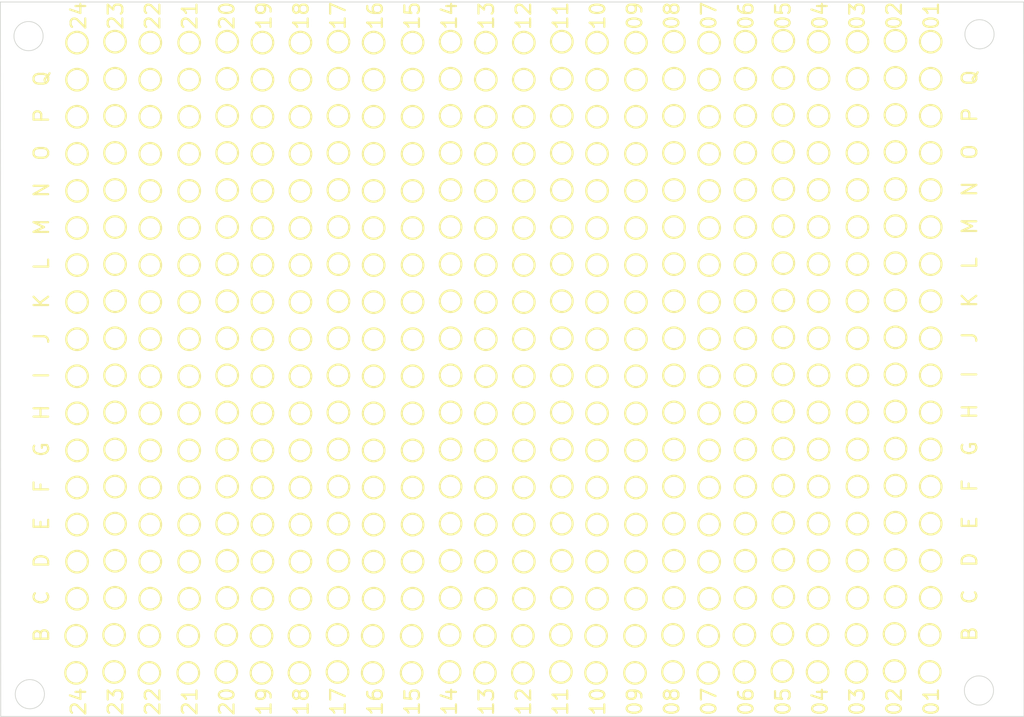
<source format=kicad_pcb>
(kicad_pcb (version 20171130) (host pcbnew "(5.1.8)-1")
  (layers (0 F.Cu signal hide) (31 B.Cu signal hide) (34 B.Paste user hide) (35 F.Paste user hide) (36 B.SilkS user hide) (37 F.SilkS user) (38 B.Mask user hide) (39 F.Mask user hide) (44 Edge.Cuts user))
  (net 0 "")
  (module aModules:through_holes_pcb_70x40-negative (layer F.Cu) (at 59.436 52.324 180)
    (fp_text reference "" hide)
    (fp_text value "" hide)
  )
  (gr_text F (at 27.94 60.96 90) (layer F.SilkS) (effects (font (size 1 1))))
  (gr_text F (at 91.52497 60.8965 90) (layer F.SilkS) (effects (font (size 1 1))))
  (gr_circle (center 73.68147 61.0235) (end 74.31647 61.4045) (layer F.SilkS) (width 0.15))
  (gr_circle (center 53.36147 61.0235) (end 53.99647 61.4045) (layer F.SilkS) (width 0.15))
  (gr_circle (center 81.17447 60.96) (end 81.80947 61.341) (layer F.SilkS) (width 0.15))
  (gr_circle (center 78.76147 60.8965) (end 79.39647 61.2775) (layer F.SilkS) (width 0.15))
  (gr_circle (center 76.15797 60.96) (end 76.79297 61.341) (layer F.SilkS) (width 0.15))
  (gr_circle (center 83.84147 60.96) (end 84.47647 61.341) (layer F.SilkS) (width 0.15))
  (gr_circle (center 65.99797 61.0235) (end 66.63297 61.4045) (layer F.SilkS) (width 0.15))
  (gr_circle (center 63.58497 60.96) (end 64.21997 61.341) (layer F.SilkS) (width 0.15))
  (gr_circle (center 60.98147 61.0235) (end 61.61647 61.4045) (layer F.SilkS) (width 0.15))
  (gr_circle (center 45.67797 61.0235) (end 46.31297 61.4045) (layer F.SilkS) (width 0.15))
  (gr_circle (center 48.28147 60.96) (end 48.91647 61.341) (layer F.SilkS) (width 0.15))
  (gr_circle (center 68.66497 61.0235) (end 69.29997 61.4045) (layer F.SilkS) (width 0.15))
  (gr_circle (center 71.26847 60.96) (end 71.90347 61.341) (layer F.SilkS) (width 0.15))
  (gr_circle (center 58.37797 61.0235) (end 59.01297 61.4045) (layer F.SilkS) (width 0.15))
  (gr_circle (center 55.96497 60.96) (end 56.59997 61.341) (layer F.SilkS) (width 0.15))
  (gr_circle (center 88.85797 60.96) (end 89.49297 61.341) (layer F.SilkS) (width 0.15))
  (gr_circle (center 86.44497 60.8965) (end 87.07997 61.2775) (layer F.SilkS) (width 0.15))
  (gr_circle (center 35.39097 61.0235) (end 36.02597 61.4045) (layer F.SilkS) (width 0.15))
  (gr_circle (center 38.05797 61.0235) (end 38.69297 61.4045) (layer F.SilkS) (width 0.15))
  (gr_circle (center 40.66147 60.96) (end 41.29647 61.341) (layer F.SilkS) (width 0.15))
  (gr_circle (center 30.37447 61.0235) (end 31.00947 61.4045) (layer F.SilkS) (width 0.15))
  (gr_circle (center 32.97797 60.96) (end 33.61297 61.341) (layer F.SilkS) (width 0.15))
  (gr_circle (center 43.07447 61.0235) (end 43.70947 61.4045) (layer F.SilkS) (width 0.15))
  (gr_circle (center 50.69447 61.0235) (end 51.32947 61.4045) (layer F.SilkS) (width 0.15))
  (gr_circle (center 27.14 75.184) (end 28.14 75.184) (layer Edge.Cuts) (width 0.05))
  (gr_circle (center 27.051 30.099) (end 28.051 30.099) (layer Edge.Cuts) (width 0.05))
  (gr_circle (center 92.164 74.93) (end 93.164 74.93) (layer Edge.Cuts) (width 0.05))
  (gr_text 24 (at 30.48 75.692 90) (layer F.SilkS) (effects (font (size 1 1))))
  (gr_text 16 (at 50.8 75.692 90) (layer F.SilkS) (effects (font (size 1 1))))
  (gr_text 12 (at 60.96 75.692 90) (layer F.SilkS) (effects (font (size 1 1))))
  (gr_text 08 (at 71.12 75.692 90) (layer F.SilkS) (effects (font (size 1 1))))
  (gr_text 22 (at 35.56 75.692 90) (layer F.SilkS) (effects (font (size 1 1))))
  (gr_text 19 (at 43.18 75.692 90) (layer F.SilkS) (effects (font (size 1 1))))
  (gr_text 20 (at 40.64 75.692 90) (layer F.SilkS) (effects (font (size 1 1))))
  (gr_text 11 (at 63.5 75.692 90) (layer F.SilkS) (effects (font (size 1 1))))
  (gr_text 21 (at 38.1 75.692 90) (layer F.SilkS) (effects (font (size 1 1))))
  (gr_text 23 (at 33.02 75.692 90) (layer F.SilkS) (effects (font (size 1 1))))
  (gr_text 10 (at 66.04 75.692 90) (layer F.SilkS) (effects (font (size 1 1))))
  (gr_text 18 (at 45.72 75.692 90) (layer F.SilkS) (effects (font (size 1 1))))
  (gr_text 15 (at 53.34 75.692 90) (layer F.SilkS) (effects (font (size 1 1))))
  (gr_text 14 (at 55.88 75.692 90) (layer F.SilkS) (effects (font (size 1 1))))
  (gr_text 13 (at 58.42 75.692 90) (layer F.SilkS) (effects (font (size 1 1))))
  (gr_text 09 (at 68.58 75.692 90) (layer F.SilkS) (effects (font (size 1 1))))
  (gr_text 17 (at 48.26 75.692 90) (layer F.SilkS) (effects (font (size 1 1))))
  (gr_text 04 (at 81.28 75.692 90) (layer F.SilkS) (effects (font (size 1 1))))
  (gr_text 03 (at 83.82 75.692 90) (layer F.SilkS) (effects (font (size 1 1))))
  (gr_text 01 (at 88.9 75.692 90) (layer F.SilkS) (effects (font (size 1 1))))
  (gr_text 07 (at 73.66 75.692 90) (layer F.SilkS) (effects (font (size 1 1))))
  (gr_text 06 (at 76.2 75.692 90) (layer F.SilkS) (effects (font (size 1 1))))
  (gr_text 02 (at 86.36 75.692 90) (layer F.SilkS) (effects (font (size 1 1))))
  (gr_text 05 (at 78.74 75.692 90) (layer F.SilkS) (effects (font (size 1 1))))
  (gr_text 24 (at 30.48 28.702 90) (layer F.SilkS) (effects (font (size 1 1))))
  (gr_text 23 (at 33.02 28.702 90) (layer F.SilkS) (effects (font (size 1 1))))
  (gr_text 22 (at 35.56 28.702 90) (layer F.SilkS) (effects (font (size 1 1))))
  (gr_text 21 (at 38.1 28.702 90) (layer F.SilkS) (effects (font (size 1 1))))
  (gr_text 20 (at 40.64 28.702 90) (layer F.SilkS) (effects (font (size 1 1))))
  (gr_text 19 (at 43.18 28.702 90) (layer F.SilkS) (effects (font (size 1 1))))
  (gr_text 18 (at 45.72 28.702 90) (layer F.SilkS) (effects (font (size 1 1))))
  (gr_text 17 (at 48.26 28.702 90) (layer F.SilkS) (effects (font (size 1 1))))
  (gr_text 16 (at 50.8 28.702 90) (layer F.SilkS) (effects (font (size 1 1))))
  (gr_text 15 (at 53.34 28.702 90) (layer F.SilkS) (effects (font (size 1 1))))
  (gr_text 14 (at 55.88 28.702 90) (layer F.SilkS) (effects (font (size 1 1))))
  (gr_text 13 (at 58.42 28.702 90) (layer F.SilkS) (effects (font (size 1 1))))
  (gr_text 12 (at 60.96 28.702 90) (layer F.SilkS) (effects (font (size 1 1))))
  (gr_text 11 (at 63.5 28.702 90) (layer F.SilkS) (effects (font (size 1 1))))
  (gr_text 10 (at 66.04 28.702 90) (layer F.SilkS) (effects (font (size 1 1))))
  (gr_text 09 (at 68.58 28.702 90) (layer F.SilkS) (effects (font (size 1 1))))
  (gr_text 08 (at 71.12 28.702 90) (layer F.SilkS) (effects (font (size 1 1))))
  (gr_text 07 (at 73.66 28.702 90) (layer F.SilkS) (effects (font (size 1 1))))
  (gr_text 06 (at 76.2 28.702 90) (layer F.SilkS) (effects (font (size 1 1))))
  (gr_text 05 (at 78.74 28.702 90) (layer F.SilkS) (effects (font (size 1 1))))
  (gr_text 04 (at 81.28 28.702 90) (layer F.SilkS) (effects (font (size 1 1))))
  (gr_text 03 (at 83.82 28.702 90) (layer F.SilkS) (effects (font (size 1 1))))
  (gr_text 02 (at 86.36 28.702 90) (layer F.SilkS) (effects (font (size 1 1))))
  (gr_text 01 (at 88.9 28.702 90) (layer F.SilkS) (effects (font (size 1 1))))
  (gr_text D (at 91.52497 65.9765 90) (layer F.SilkS) (effects (font (size 1 1))))
  (gr_text J (at 91.52497 50.7365 90) (layer F.SilkS) (effects (font (size 1 1))))
  (gr_text I (at 91.52497 53.2765 90) (layer F.SilkS) (effects (font (size 1 1))))
  (gr_text C (at 91.52497 68.5165 90) (layer F.SilkS) (effects (font (size 1 1))))
  (gr_text N (at 91.52497 40.5765 90) (layer F.SilkS) (effects (font (size 1 1))))
  (gr_text E (at 91.52497 63.4365 90) (layer F.SilkS) (effects (font (size 1 1))))
  (gr_text O (at 91.52497 38.0365 90) (layer F.SilkS) (effects (font (size 1 1))))
  (gr_text P (at 91.52497 35.4965 90) (layer F.SilkS) (effects (font (size 1 1))))
  (gr_text B (at 91.52497 71.0565 90) (layer F.SilkS) (effects (font (size 1 1))))
  (gr_text M (at 91.52497 43.1165 90) (layer F.SilkS) (effects (font (size 1 1))))
  (gr_text H (at 91.52497 55.8165 90) (layer F.SilkS) (effects (font (size 1 1))))
  (gr_text L (at 91.52497 45.6565 90) (layer F.SilkS) (effects (font (size 1 1))))
  (gr_text G (at 91.52497 58.3565 90) (layer F.SilkS) (effects (font (size 1 1))))
  (gr_text Q (at 91.52497 32.9565 90) (layer F.SilkS) (effects (font (size 1 1))))
  (gr_text K (at 91.52497 48.1965 90) (layer F.SilkS) (effects (font (size 1 1))))
  (gr_circle (center 71.26847 48.26) (end 71.90347 48.641) (layer F.SilkS) (width 0.15))
  (gr_circle (center 73.68147 66.1035) (end 74.31647 66.4845) (layer F.SilkS) (width 0.15))
  (gr_circle (center 71.26847 63.5) (end 71.90347 63.881) (layer F.SilkS) (width 0.15))
  (gr_circle (center 71.26847 35.56) (end 71.90347 35.941) (layer F.SilkS) (width 0.15))
  (gr_circle (center 68.66497 66.1035) (end 69.29997 66.4845) (layer F.SilkS) (width 0.15))
  (gr_circle (center 71.26847 53.34) (end 71.90347 53.721) (layer F.SilkS) (width 0.15))
  (gr_circle (center 68.66497 68.6435) (end 69.29997 69.0245) (layer F.SilkS) (width 0.15))
  (gr_circle (center 71.26847 50.8) (end 71.90347 51.181) (layer F.SilkS) (width 0.15))
  (gr_circle (center 71.20497 73.66) (end 71.83997 74.041) (layer F.SilkS) (width 0.15))
  (gr_circle (center 71.26847 55.88) (end 71.90347 56.261) (layer F.SilkS) (width 0.15))
  (gr_circle (center 73.68147 38.1635) (end 74.31647 38.5445) (layer F.SilkS) (width 0.15))
  (gr_circle (center 73.68147 30.5435) (end 74.31647 30.9245) (layer F.SilkS) (width 0.15))
  (gr_circle (center 71.26847 68.58) (end 71.90347 68.961) (layer F.SilkS) (width 0.15))
  (gr_circle (center 73.68147 33.0835) (end 74.31647 33.4645) (layer F.SilkS) (width 0.15))
  (gr_circle (center 73.68147 53.4035) (end 74.31647 53.7845) (layer F.SilkS) (width 0.15))
  (gr_circle (center 68.60147 73.7235) (end 69.23647 74.1045) (layer F.SilkS) (width 0.15))
  (gr_circle (center 71.20497 71.12) (end 71.83997 71.501) (layer F.SilkS) (width 0.15))
  (gr_circle (center 68.66497 33.0835) (end 69.29997 33.4645) (layer F.SilkS) (width 0.15))
  (gr_circle (center 73.68147 68.6435) (end 74.31647 69.0245) (layer F.SilkS) (width 0.15))
  (gr_circle (center 73.68147 43.2435) (end 74.31647 43.6245) (layer F.SilkS) (width 0.15))
  (gr_circle (center 73.68147 40.7035) (end 74.31647 41.0845) (layer F.SilkS) (width 0.15))
  (gr_circle (center 73.68147 50.8635) (end 74.31647 51.2445) (layer F.SilkS) (width 0.15))
  (gr_circle (center 68.66497 30.5435) (end 69.29997 30.9245) (layer F.SilkS) (width 0.15))
  (gr_circle (center 68.66497 63.5635) (end 69.29997 63.9445) (layer F.SilkS) (width 0.15))
  (gr_circle (center 68.66497 58.4835) (end 69.29997 58.8645) (layer F.SilkS) (width 0.15))
  (gr_circle (center 71.26847 38.1) (end 71.90347 38.481) (layer F.SilkS) (width 0.15))
  (gr_circle (center 68.66497 40.7035) (end 69.29997 41.0845) (layer F.SilkS) (width 0.15))
  (gr_circle (center 71.26847 58.42) (end 71.90347 58.801) (layer F.SilkS) (width 0.15))
  (gr_circle (center 73.61797 71.1835) (end 74.25297 71.5645) (layer F.SilkS) (width 0.15))
  (gr_circle (center 73.68147 45.7835) (end 74.31647 46.1645) (layer F.SilkS) (width 0.15))
  (gr_circle (center 68.66497 43.2435) (end 69.29997 43.6245) (layer F.SilkS) (width 0.15))
  (gr_circle (center 71.26847 30.48) (end 71.90347 30.861) (layer F.SilkS) (width 0.15))
  (gr_circle (center 68.66497 50.8635) (end 69.29997 51.2445) (layer F.SilkS) (width 0.15))
  (gr_circle (center 71.26847 33.02) (end 71.90347 33.401) (layer F.SilkS) (width 0.15))
  (gr_circle (center 68.60147 71.1835) (end 69.23647 71.5645) (layer F.SilkS) (width 0.15))
  (gr_circle (center 71.26847 43.18) (end 71.90347 43.561) (layer F.SilkS) (width 0.15))
  (gr_circle (center 68.66497 35.6235) (end 69.29997 36.0045) (layer F.SilkS) (width 0.15))
  (gr_circle (center 73.61797 73.7235) (end 74.25297 74.1045) (layer F.SilkS) (width 0.15))
  (gr_circle (center 71.26847 66.04) (end 71.90347 66.421) (layer F.SilkS) (width 0.15))
  (gr_circle (center 68.66497 38.1635) (end 69.29997 38.5445) (layer F.SilkS) (width 0.15))
  (gr_circle (center 68.66497 45.7835) (end 69.29997 46.1645) (layer F.SilkS) (width 0.15))
  (gr_circle (center 73.68147 35.6235) (end 74.31647 36.0045) (layer F.SilkS) (width 0.15))
  (gr_circle (center 71.26847 40.64) (end 71.90347 41.021) (layer F.SilkS) (width 0.15))
  (gr_circle (center 76.15797 63.5) (end 76.79297 63.881) (layer F.SilkS) (width 0.15))
  (gr_circle (center 81.17447 43.18) (end 81.80947 43.561) (layer F.SilkS) (width 0.15))
  (gr_circle (center 78.76147 38.0365) (end 79.39647 38.4175) (layer F.SilkS) (width 0.15))
  (gr_circle (center 76.15797 38.1) (end 76.79297 38.481) (layer F.SilkS) (width 0.15))
  (gr_circle (center 81.17447 48.26) (end 81.80947 48.641) (layer F.SilkS) (width 0.15))
  (gr_circle (center 76.15797 55.88) (end 76.79297 56.261) (layer F.SilkS) (width 0.15))
  (gr_circle (center 76.15797 48.26) (end 76.79297 48.641) (layer F.SilkS) (width 0.15))
  (gr_circle (center 76.15797 53.34) (end 76.79297 53.721) (layer F.SilkS) (width 0.15))
  (gr_circle (center 76.15797 40.64) (end 76.79297 41.021) (layer F.SilkS) (width 0.15))
  (gr_circle (center 76.15797 66.04) (end 76.79297 66.421) (layer F.SilkS) (width 0.15))
  (gr_circle (center 76.15797 43.18) (end 76.79297 43.561) (layer F.SilkS) (width 0.15))
  (gr_circle (center 81.17447 55.88) (end 81.80947 56.261) (layer F.SilkS) (width 0.15))
  (gr_circle (center 81.17447 40.64) (end 81.80947 41.021) (layer F.SilkS) (width 0.15))
  (gr_circle (center 81.17447 53.34) (end 81.80947 53.721) (layer F.SilkS) (width 0.15))
  (gr_circle (center 76.15797 50.8) (end 76.79297 51.181) (layer F.SilkS) (width 0.15))
  (gr_circle (center 81.17447 50.8) (end 81.80947 51.181) (layer F.SilkS) (width 0.15))
  (gr_circle (center 76.15797 35.56) (end 76.79297 35.941) (layer F.SilkS) (width 0.15))
  (gr_circle (center 76.15797 33.02) (end 76.79297 33.401) (layer F.SilkS) (width 0.15))
  (gr_circle (center 76.09447 73.66) (end 76.72947 74.041) (layer F.SilkS) (width 0.15))
  (gr_circle (center 76.15797 68.58) (end 76.79297 68.961) (layer F.SilkS) (width 0.15))
  (gr_circle (center 76.15797 45.72) (end 76.79297 46.101) (layer F.SilkS) (width 0.15))
  (gr_circle (center 76.09447 71.12) (end 76.72947 71.501) (layer F.SilkS) (width 0.15))
  (gr_circle (center 76.15797 30.48) (end 76.79297 30.861) (layer F.SilkS) (width 0.15))
  (gr_circle (center 78.76147 63.4365) (end 79.39647 63.8175) (layer F.SilkS) (width 0.15))
  (gr_circle (center 81.17447 68.58) (end 81.80947 68.961) (layer F.SilkS) (width 0.15))
  (gr_circle (center 78.69797 73.5965) (end 79.33297 73.9775) (layer F.SilkS) (width 0.15))
  (gr_circle (center 81.17447 33.02) (end 81.80947 33.401) (layer F.SilkS) (width 0.15))
  (gr_circle (center 81.17447 30.48) (end 81.80947 30.861) (layer F.SilkS) (width 0.15))
  (gr_circle (center 81.17447 58.42) (end 81.80947 58.801) (layer F.SilkS) (width 0.15))
  (gr_circle (center 78.69797 71.0565) (end 79.33297 71.4375) (layer F.SilkS) (width 0.15))
  (gr_circle (center 81.17447 66.04) (end 81.80947 66.421) (layer F.SilkS) (width 0.15))
  (gr_circle (center 81.17447 45.72) (end 81.80947 46.101) (layer F.SilkS) (width 0.15))
  (gr_circle (center 78.76147 65.9765) (end 79.39647 66.3575) (layer F.SilkS) (width 0.15))
  (gr_circle (center 83.84147 55.88) (end 84.47647 56.261) (layer F.SilkS) (width 0.15))
  (gr_circle (center 81.11097 71.12) (end 81.74597 71.501) (layer F.SilkS) (width 0.15))
  (gr_circle (center 78.76147 45.6565) (end 79.39647 46.0375) (layer F.SilkS) (width 0.15))
  (gr_circle (center 78.76147 68.5165) (end 79.39647 68.8975) (layer F.SilkS) (width 0.15))
  (gr_circle (center 78.76147 32.9565) (end 79.39647 33.3375) (layer F.SilkS) (width 0.15))
  (gr_circle (center 78.76147 58.3565) (end 79.39647 58.7375) (layer F.SilkS) (width 0.15))
  (gr_circle (center 81.17447 63.5) (end 81.80947 63.881) (layer F.SilkS) (width 0.15))
  (gr_circle (center 78.76147 30.4165) (end 79.39647 30.7975) (layer F.SilkS) (width 0.15))
  (gr_circle (center 78.76147 35.4965) (end 79.39647 35.8775) (layer F.SilkS) (width 0.15))
  (gr_circle (center 83.84147 48.26) (end 84.47647 48.641) (layer F.SilkS) (width 0.15))
  (gr_circle (center 83.84147 53.34) (end 84.47647 53.721) (layer F.SilkS) (width 0.15))
  (gr_circle (center 81.17447 35.56) (end 81.80947 35.941) (layer F.SilkS) (width 0.15))
  (gr_circle (center 76.15797 58.42) (end 76.79297 58.801) (layer F.SilkS) (width 0.15))
  (gr_circle (center 78.76147 48.1965) (end 79.39647 48.5775) (layer F.SilkS) (width 0.15))
  (gr_circle (center 78.76147 40.5765) (end 79.39647 40.9575) (layer F.SilkS) (width 0.15))
  (gr_circle (center 78.76147 53.2765) (end 79.39647 53.6575) (layer F.SilkS) (width 0.15))
  (gr_circle (center 78.76147 43.1165) (end 79.39647 43.4975) (layer F.SilkS) (width 0.15))
  (gr_circle (center 81.11097 73.66) (end 81.74597 74.041) (layer F.SilkS) (width 0.15))
  (gr_circle (center 78.76147 55.8165) (end 79.39647 56.1975) (layer F.SilkS) (width 0.15))
  (gr_circle (center 81.17447 38.1) (end 81.80947 38.481) (layer F.SilkS) (width 0.15))
  (gr_circle (center 78.76147 50.7365) (end 79.39647 51.1175) (layer F.SilkS) (width 0.15))
  (gr_circle (center 71.26847 45.72) (end 71.90347 46.101) (layer F.SilkS) (width 0.15))
  (gr_circle (center 73.68147 58.4835) (end 74.31647 58.8645) (layer F.SilkS) (width 0.15))
  (gr_circle (center 53.36147 38.1635) (end 53.99647 38.5445) (layer F.SilkS) (width 0.15))
  (gr_circle (center 53.29797 73.7235) (end 53.93297 74.1045) (layer F.SilkS) (width 0.15))
  (gr_circle (center 53.36147 66.1035) (end 53.99647 66.4845) (layer F.SilkS) (width 0.15))
  (gr_circle (center 55.96497 68.58) (end 56.59997 68.961) (layer F.SilkS) (width 0.15))
  (gr_circle (center 73.68147 63.5635) (end 74.31647 63.9445) (layer F.SilkS) (width 0.15))
  (gr_circle (center 55.96497 45.72) (end 56.59997 46.101) (layer F.SilkS) (width 0.15))
  (gr_circle (center 53.36147 58.4835) (end 53.99647 58.8645) (layer F.SilkS) (width 0.15))
  (gr_circle (center 55.90147 73.66) (end 56.53647 74.041) (layer F.SilkS) (width 0.15))
  (gr_circle (center 53.36147 33.0835) (end 53.99647 33.4645) (layer F.SilkS) (width 0.15))
  (gr_circle (center 55.96497 55.88) (end 56.59997 56.261) (layer F.SilkS) (width 0.15))
  (gr_circle (center 53.36147 68.6435) (end 53.99647 69.0245) (layer F.SilkS) (width 0.15))
  (gr_circle (center 58.37797 45.7835) (end 59.01297 46.1645) (layer F.SilkS) (width 0.15))
  (gr_circle (center 55.96497 40.64) (end 56.59997 41.021) (layer F.SilkS) (width 0.15))
  (gr_circle (center 55.96497 35.56) (end 56.59997 35.941) (layer F.SilkS) (width 0.15))
  (gr_circle (center 53.36147 40.7035) (end 53.99647 41.0845) (layer F.SilkS) (width 0.15))
  (gr_circle (center 55.96497 50.8) (end 56.59997 51.181) (layer F.SilkS) (width 0.15))
  (gr_circle (center 58.37797 38.1635) (end 59.01297 38.5445) (layer F.SilkS) (width 0.15))
  (gr_circle (center 55.90147 71.12) (end 56.53647 71.501) (layer F.SilkS) (width 0.15))
  (gr_circle (center 53.29797 71.1835) (end 53.93297 71.5645) (layer F.SilkS) (width 0.15))
  (gr_circle (center 53.36147 45.7835) (end 53.99647 46.1645) (layer F.SilkS) (width 0.15))
  (gr_circle (center 55.96497 33.02) (end 56.59997 33.401) (layer F.SilkS) (width 0.15))
  (gr_circle (center 53.36147 63.5635) (end 53.99647 63.9445) (layer F.SilkS) (width 0.15))
  (gr_circle (center 55.96497 43.18) (end 56.59997 43.561) (layer F.SilkS) (width 0.15))
  (gr_circle (center 55.96497 38.1) (end 56.59997 38.481) (layer F.SilkS) (width 0.15))
  (gr_circle (center 58.37797 33.0835) (end 59.01297 33.4645) (layer F.SilkS) (width 0.15))
  (gr_circle (center 55.96497 53.34) (end 56.59997 53.721) (layer F.SilkS) (width 0.15))
  (gr_circle (center 58.37797 58.4835) (end 59.01297 58.8645) (layer F.SilkS) (width 0.15))
  (gr_circle (center 58.37797 63.5635) (end 59.01297 63.9445) (layer F.SilkS) (width 0.15))
  (gr_circle (center 58.31447 73.7235) (end 58.94947 74.1045) (layer F.SilkS) (width 0.15))
  (gr_circle (center 58.37797 66.1035) (end 59.01297 66.4845) (layer F.SilkS) (width 0.15))
  (gr_circle (center 55.96497 63.5) (end 56.59997 63.881) (layer F.SilkS) (width 0.15))
  (gr_circle (center 58.37797 35.6235) (end 59.01297 36.0045) (layer F.SilkS) (width 0.15))
  (gr_circle (center 55.96497 66.04) (end 56.59997 66.421) (layer F.SilkS) (width 0.15))
  (gr_circle (center 58.37797 30.5435) (end 59.01297 30.9245) (layer F.SilkS) (width 0.15))
  (gr_circle (center 55.96497 48.26) (end 56.59997 48.641) (layer F.SilkS) (width 0.15))
  (gr_circle (center 58.37797 68.6435) (end 59.01297 69.0245) (layer F.SilkS) (width 0.15))
  (gr_circle (center 58.31447 71.1835) (end 58.94947 71.5645) (layer F.SilkS) (width 0.15))
  (gr_circle (center 55.96497 30.48) (end 56.59997 30.861) (layer F.SilkS) (width 0.15))
  (gr_circle (center 55.96497 58.42) (end 56.59997 58.801) (layer F.SilkS) (width 0.15))
  (gr_circle (center 53.36147 50.8635) (end 53.99647 51.2445) (layer F.SilkS) (width 0.15))
  (gr_circle (center 53.36147 35.6235) (end 53.99647 36.0045) (layer F.SilkS) (width 0.15))
  (gr_circle (center 35.39097 43.2435) (end 36.02597 43.6245) (layer F.SilkS) (width 0.15))
  (gr_circle (center 30.37447 63.5635) (end 31.00947 63.9445) (layer F.SilkS) (width 0.15))
  (gr_text P (at 27.94 35.56 90) (layer F.SilkS) (effects (font (size 1 1))))
  (gr_text O (at 27.94 38.1 90) (layer F.SilkS) (effects (font (size 1 1))))
  (gr_text B (at 27.94 71.12 90) (layer F.SilkS) (effects (font (size 1 1))))
  (gr_text K (at 27.94 48.26 90) (layer F.SilkS) (effects (font (size 1 1))))
  (gr_text D (at 27.94 66.04 90) (layer F.SilkS) (effects (font (size 1 1))))
  (gr_text Q (at 27.94 33.02 90) (layer F.SilkS) (effects (font (size 1 1))))
  (gr_text N (at 27.94 40.64 90) (layer F.SilkS) (effects (font (size 1 1))))
  (gr_text M (at 27.94 43.18 90) (layer F.SilkS) (effects (font (size 1 1))))
  (gr_text L (at 27.94 45.72 90) (layer F.SilkS) (effects (font (size 1 1))))
  (gr_text J (at 27.94 50.8 90) (layer F.SilkS) (effects (font (size 1 1))))
  (gr_text I (at 27.94 53.34 90) (layer F.SilkS) (effects (font (size 1 1))))
  (gr_text H (at 27.94 55.88 90) (layer F.SilkS) (effects (font (size 1 1))))
  (gr_text E (at 27.94 63.5 90) (layer F.SilkS) (effects (font (size 1 1))))
  (gr_text C (at 27.94 68.58 90) (layer F.SilkS) (effects (font (size 1 1))))
  (gr_text G (at 27.94 58.42 90) (layer F.SilkS) (effects (font (size 1 1))))
  (gr_circle (center 88.85797 55.88) (end 89.49297 56.261) (layer F.SilkS) (width 0.15))
  (gr_circle (center 88.85797 48.26) (end 89.49297 48.641) (layer F.SilkS) (width 0.15))
  (gr_circle (center 88.85797 53.34) (end 89.49297 53.721) (layer F.SilkS) (width 0.15))
  (gr_circle (center 88.85797 43.18) (end 89.49297 43.561) (layer F.SilkS) (width 0.15))
  (gr_circle (center 88.85797 40.64) (end 89.49297 41.021) (layer F.SilkS) (width 0.15))
  (gr_circle (center 88.85797 50.8) (end 89.49297 51.181) (layer F.SilkS) (width 0.15))
  (gr_circle (center 83.84147 30.48) (end 84.47647 30.861) (layer F.SilkS) (width 0.15))
  (gr_circle (center 83.84147 43.18) (end 84.47647 43.561) (layer F.SilkS) (width 0.15))
  (gr_circle (center 83.84147 50.8) (end 84.47647 51.181) (layer F.SilkS) (width 0.15))
  (gr_circle (center 83.84147 35.56) (end 84.47647 35.941) (layer F.SilkS) (width 0.15))
  (gr_circle (center 83.84147 38.1) (end 84.47647 38.481) (layer F.SilkS) (width 0.15))
  (gr_circle (center 83.77797 73.66) (end 84.41297 74.041) (layer F.SilkS) (width 0.15))
  (gr_circle (center 83.84147 33.02) (end 84.47647 33.401) (layer F.SilkS) (width 0.15))
  (gr_circle (center 83.84147 66.04) (end 84.47647 66.421) (layer F.SilkS) (width 0.15))
  (gr_circle (center 83.84147 68.58) (end 84.47647 68.961) (layer F.SilkS) (width 0.15))
  (gr_circle (center 83.84147 40.64) (end 84.47647 41.021) (layer F.SilkS) (width 0.15))
  (gr_circle (center 83.77797 71.12) (end 84.41297 71.501) (layer F.SilkS) (width 0.15))
  (gr_circle (center 32.97797 38.1) (end 33.61297 38.481) (layer F.SilkS) (width 0.15))
  (gr_circle (center 35.39097 40.7035) (end 36.02597 41.0845) (layer F.SilkS) (width 0.15))
  (gr_circle (center 35.39097 48.3235) (end 36.02597 48.7045) (layer F.SilkS) (width 0.15))
  (gr_circle (center 30.37447 48.3235) (end 31.00947 48.7045) (layer F.SilkS) (width 0.15))
  (gr_circle (center 30.37447 66.1035) (end 31.00947 66.4845) (layer F.SilkS) (width 0.15))
  (gr_circle (center 35.39097 53.4035) (end 36.02597 53.7845) (layer F.SilkS) (width 0.15))
  (gr_circle (center 30.37447 50.8635) (end 31.00947 51.2445) (layer F.SilkS) (width 0.15))
  (gr_circle (center 35.39097 50.8635) (end 36.02597 51.2445) (layer F.SilkS) (width 0.15))
  (gr_circle (center 30.37447 35.6235) (end 31.00947 36.0045) (layer F.SilkS) (width 0.15))
  (gr_circle (center 30.31097 73.7235) (end 30.94597 74.1045) (layer F.SilkS) (width 0.15))
  (gr_circle (center 30.37447 45.7835) (end 31.00947 46.1645) (layer F.SilkS) (width 0.15))
  (gr_circle (center 30.31097 71.1835) (end 30.94597 71.5645) (layer F.SilkS) (width 0.15))
  (gr_circle (center 32.91447 73.66) (end 33.54947 74.041) (layer F.SilkS) (width 0.15))
  (gr_circle (center 35.39097 30.5435) (end 36.02597 30.9245) (layer F.SilkS) (width 0.15))
  (gr_circle (center 30.37447 55.9435) (end 31.00947 56.3245) (layer F.SilkS) (width 0.15))
  (gr_circle (center 30.37447 40.7035) (end 31.00947 41.0845) (layer F.SilkS) (width 0.15))
  (gr_circle (center 30.37447 43.2435) (end 31.00947 43.6245) (layer F.SilkS) (width 0.15))
  (gr_circle (center 30.37447 68.6435) (end 31.00947 69.0245) (layer F.SilkS) (width 0.15))
  (gr_circle (center 35.39097 58.4835) (end 36.02597 58.8645) (layer F.SilkS) (width 0.15))
  (gr_circle (center 35.39097 68.6435) (end 36.02597 69.0245) (layer F.SilkS) (width 0.15))
  (gr_circle (center 30.37447 53.4035) (end 31.00947 53.7845) (layer F.SilkS) (width 0.15))
  (gr_circle (center 30.37447 33.0835) (end 31.00947 33.4645) (layer F.SilkS) (width 0.15))
  (gr_circle (center 32.97797 63.5) (end 33.61297 63.881) (layer F.SilkS) (width 0.15))
  (gr_circle (center 35.39097 55.9435) (end 36.02597 56.3245) (layer F.SilkS) (width 0.15))
  (gr_circle (center 35.39097 33.0835) (end 36.02597 33.4645) (layer F.SilkS) (width 0.15))
  (gr_circle (center 30.37447 38.1635) (end 31.00947 38.5445) (layer F.SilkS) (width 0.15))
  (gr_circle (center 32.91447 71.12) (end 33.54947 71.501) (layer F.SilkS) (width 0.15))
  (gr_circle (center 30.37447 30.5435) (end 31.00947 30.9245) (layer F.SilkS) (width 0.15))
  (gr_circle (center 40.59797 73.66) (end 41.23297 74.041) (layer F.SilkS) (width 0.15))
  (gr_circle (center 32.97797 48.26) (end 33.61297 48.641) (layer F.SilkS) (width 0.15))
  (gr_circle (center 32.97797 43.18) (end 33.61297 43.561) (layer F.SilkS) (width 0.15))
  (gr_circle (center 40.66147 33.02) (end 41.29647 33.401) (layer F.SilkS) (width 0.15))
  (gr_circle (center 35.39097 38.1635) (end 36.02597 38.5445) (layer F.SilkS) (width 0.15))
  (gr_circle (center 32.97797 50.8) (end 33.61297 51.181) (layer F.SilkS) (width 0.15))
  (gr_circle (center 43.07447 43.2435) (end 43.70947 43.6245) (layer F.SilkS) (width 0.15))
  (gr_circle (center 35.39097 66.1035) (end 36.02597 66.4845) (layer F.SilkS) (width 0.15))
  (gr_circle (center 32.97797 66.04) (end 33.61297 66.421) (layer F.SilkS) (width 0.15))
  (gr_circle (center 35.32747 73.7235) (end 35.96247 74.1045) (layer F.SilkS) (width 0.15))
  (gr_circle (center 35.39097 45.7835) (end 36.02597 46.1645) (layer F.SilkS) (width 0.15))
  (gr_circle (center 38.05797 55.9435) (end 38.69297 56.3245) (layer F.SilkS) (width 0.15))
  (gr_circle (center 43.07447 40.7035) (end 43.70947 41.0845) (layer F.SilkS) (width 0.15))
  (gr_circle (center 38.05797 58.4835) (end 38.69297 58.8645) (layer F.SilkS) (width 0.15))
  (gr_circle (center 40.66147 48.26) (end 41.29647 48.641) (layer F.SilkS) (width 0.15))
  (gr_circle (center 35.32747 71.1835) (end 35.96247 71.5645) (layer F.SilkS) (width 0.15))
  (gr_circle (center 32.97797 30.48) (end 33.61297 30.861) (layer F.SilkS) (width 0.15))
  (gr_circle (center 38.05797 53.4035) (end 38.69297 53.7845) (layer F.SilkS) (width 0.15))
  (gr_circle (center 32.97797 53.34) (end 33.61297 53.721) (layer F.SilkS) (width 0.15))
  (gr_circle (center 38.05797 30.5435) (end 38.69297 30.9245) (layer F.SilkS) (width 0.15))
  (gr_circle (center 37.99447 71.1835) (end 38.62947 71.5645) (layer F.SilkS) (width 0.15))
  (gr_circle (center 38.05797 40.7035) (end 38.69297 41.0845) (layer F.SilkS) (width 0.15))
  (gr_circle (center 38.05797 38.1635) (end 38.69297 38.5445) (layer F.SilkS) (width 0.15))
  (gr_circle (center 38.05797 66.1035) (end 38.69297 66.4845) (layer F.SilkS) (width 0.15))
  (gr_circle (center 38.05797 48.3235) (end 38.69297 48.7045) (layer F.SilkS) (width 0.15))
  (gr_circle (center 38.05797 33.0835) (end 38.69297 33.4645) (layer F.SilkS) (width 0.15))
  (gr_circle (center 32.97797 68.58) (end 33.61297 68.961) (layer F.SilkS) (width 0.15))
  (gr_circle (center 35.39097 35.6235) (end 36.02597 36.0045) (layer F.SilkS) (width 0.15))
  (gr_circle (center 43.07447 53.4035) (end 43.70947 53.7845) (layer F.SilkS) (width 0.15))
  (gr_circle (center 38.05797 63.5635) (end 38.69297 63.9445) (layer F.SilkS) (width 0.15))
  (gr_circle (center 43.07447 38.1635) (end 43.70947 38.5445) (layer F.SilkS) (width 0.15))
  (gr_circle (center 43.01097 73.7235) (end 43.64597 74.1045) (layer F.SilkS) (width 0.15))
  (gr_circle (center 38.05797 45.7835) (end 38.69297 46.1645) (layer F.SilkS) (width 0.15))
  (gr_circle (center 40.66147 50.8) (end 41.29647 51.181) (layer F.SilkS) (width 0.15))
  (gr_circle (center 43.07447 68.6435) (end 43.70947 69.0245) (layer F.SilkS) (width 0.15))
  (gr_circle (center 40.66147 43.18) (end 41.29647 43.561) (layer F.SilkS) (width 0.15))
  (gr_circle (center 32.97797 45.72) (end 33.61297 46.101) (layer F.SilkS) (width 0.15))
  (gr_circle (center 32.97797 35.56) (end 33.61297 35.941) (layer F.SilkS) (width 0.15))
  (gr_circle (center 32.97797 33.02) (end 33.61297 33.401) (layer F.SilkS) (width 0.15))
  (gr_circle (center 32.97797 58.42) (end 33.61297 58.801) (layer F.SilkS) (width 0.15))
  (gr_circle (center 35.39097 63.5635) (end 36.02597 63.9445) (layer F.SilkS) (width 0.15))
  (gr_circle (center 43.01097 71.1835) (end 43.64597 71.5645) (layer F.SilkS) (width 0.15))
  (gr_circle (center 32.97797 40.64) (end 33.61297 41.021) (layer F.SilkS) (width 0.15))
  (gr_circle (center 30.37447 58.4835) (end 31.00947 58.8645) (layer F.SilkS) (width 0.15))
  (gr_circle (center 43.07447 48.3235) (end 43.70947 48.7045) (layer F.SilkS) (width 0.15))
  (gr_circle (center 38.05797 43.2435) (end 38.69297 43.6245) (layer F.SilkS) (width 0.15))
  (gr_circle (center 37.99447 73.7235) (end 38.62947 74.1045) (layer F.SilkS) (width 0.15))
  (gr_circle (center 38.05797 68.6435) (end 38.69297 69.0245) (layer F.SilkS) (width 0.15))
  (gr_circle (center 43.07447 66.1035) (end 43.70947 66.4845) (layer F.SilkS) (width 0.15))
  (gr_circle (center 40.66147 53.34) (end 41.29647 53.721) (layer F.SilkS) (width 0.15))
  (gr_circle (center 38.05797 35.6235) (end 38.69297 36.0045) (layer F.SilkS) (width 0.15))
  (gr_circle (center 40.66147 40.64) (end 41.29647 41.021) (layer F.SilkS) (width 0.15))
  (gr_circle (center 40.66147 55.88) (end 41.29647 56.261) (layer F.SilkS) (width 0.15))
  (gr_circle (center 32.97797 55.88) (end 33.61297 56.261) (layer F.SilkS) (width 0.15))
  (gr_circle (center 43.07447 55.9435) (end 43.70947 56.3245) (layer F.SilkS) (width 0.15))
  (gr_circle (center 40.66147 38.1) (end 41.29647 38.481) (layer F.SilkS) (width 0.15))
  (gr_circle (center 40.66147 63.5) (end 41.29647 63.881) (layer F.SilkS) (width 0.15))
  (gr_circle (center 38.05797 50.8635) (end 38.69297 51.2445) (layer F.SilkS) (width 0.15))
  (gr_circle (center 43.07447 50.8635) (end 43.70947 51.2445) (layer F.SilkS) (width 0.15))
  (gr_circle (center 45.67797 40.7035) (end 46.31297 41.0845) (layer F.SilkS) (width 0.15))
  (gr_circle (center 45.67797 43.2435) (end 46.31297 43.6245) (layer F.SilkS) (width 0.15))
  (gr_circle (center 43.07447 63.5635) (end 43.70947 63.9445) (layer F.SilkS) (width 0.15))
  (gr_circle (center 50.69447 53.4035) (end 51.32947 53.7845) (layer F.SilkS) (width 0.15))
  (gr_circle (center 43.07447 33.0835) (end 43.70947 33.4645) (layer F.SilkS) (width 0.15))
  (gr_circle (center 40.66147 68.58) (end 41.29647 68.961) (layer F.SilkS) (width 0.15))
  (gr_circle (center 40.66147 58.42) (end 41.29647 58.801) (layer F.SilkS) (width 0.15))
  (gr_circle (center 43.07447 35.6235) (end 43.70947 36.0045) (layer F.SilkS) (width 0.15))
  (gr_circle (center 43.07447 30.5435) (end 43.70947 30.9245) (layer F.SilkS) (width 0.15))
  (gr_circle (center 48.28147 38.1) (end 48.91647 38.481) (layer F.SilkS) (width 0.15))
  (gr_circle (center 45.61447 71.1835) (end 46.24947 71.5645) (layer F.SilkS) (width 0.15))
  (gr_circle (center 50.69447 30.5435) (end 51.32947 30.9245) (layer F.SilkS) (width 0.15))
  (gr_circle (center 50.69447 55.9435) (end 51.32947 56.3245) (layer F.SilkS) (width 0.15))
  (gr_circle (center 50.69447 66.1035) (end 51.32947 66.4845) (layer F.SilkS) (width 0.15))
  (gr_circle (center 40.59797 71.12) (end 41.23297 71.501) (layer F.SilkS) (width 0.15))
  (gr_circle (center 45.67797 50.8635) (end 46.31297 51.2445) (layer F.SilkS) (width 0.15))
  (gr_circle (center 40.66147 35.56) (end 41.29647 35.941) (layer F.SilkS) (width 0.15))
  (gr_circle (center 43.07447 45.7835) (end 43.70947 46.1645) (layer F.SilkS) (width 0.15))
  (gr_circle (center 45.67797 55.9435) (end 46.31297 56.3245) (layer F.SilkS) (width 0.15))
  (gr_circle (center 45.67797 48.3235) (end 46.31297 48.7045) (layer F.SilkS) (width 0.15))
  (gr_circle (center 45.67797 68.6435) (end 46.31297 69.0245) (layer F.SilkS) (width 0.15))
  (gr_circle (center 45.67797 66.1035) (end 46.31297 66.4845) (layer F.SilkS) (width 0.15))
  (gr_circle (center 50.69447 50.8635) (end 51.32947 51.2445) (layer F.SilkS) (width 0.15))
  (gr_circle (center 50.69447 68.6435) (end 51.32947 69.0245) (layer F.SilkS) (width 0.15))
  (gr_circle (center 48.21797 73.66) (end 48.85297 74.041) (layer F.SilkS) (width 0.15))
  (gr_circle (center 50.69447 58.4835) (end 51.32947 58.8645) (layer F.SilkS) (width 0.15))
  (gr_circle (center 45.61447 73.7235) (end 46.24947 74.1045) (layer F.SilkS) (width 0.15))
  (gr_circle (center 40.66147 66.04) (end 41.29647 66.421) (layer F.SilkS) (width 0.15))
  (gr_circle (center 45.67797 38.1635) (end 46.31297 38.5445) (layer F.SilkS) (width 0.15))
  (gr_circle (center 50.69447 48.3235) (end 51.32947 48.7045) (layer F.SilkS) (width 0.15))
  (gr_circle (center 45.67797 33.0835) (end 46.31297 33.4645) (layer F.SilkS) (width 0.15))
  (gr_circle (center 40.66147 30.48) (end 41.29647 30.861) (layer F.SilkS) (width 0.15))
  (gr_circle (center 40.66147 45.72) (end 41.29647 46.101) (layer F.SilkS) (width 0.15))
  (gr_circle (center 43.07447 58.4835) (end 43.70947 58.8645) (layer F.SilkS) (width 0.15))
  (gr_circle (center 50.69447 45.7835) (end 51.32947 46.1645) (layer F.SilkS) (width 0.15))
  (gr_circle (center 45.67797 53.4035) (end 46.31297 53.7845) (layer F.SilkS) (width 0.15))
  (gr_circle (center 45.67797 35.6235) (end 46.31297 36.0045) (layer F.SilkS) (width 0.15))
  (gr_circle (center 48.28147 63.5) (end 48.91647 63.881) (layer F.SilkS) (width 0.15))
  (gr_circle (center 45.67797 30.5435) (end 46.31297 30.9245) (layer F.SilkS) (width 0.15))
  (gr_circle (center 50.69447 33.0835) (end 51.32947 33.4645) (layer F.SilkS) (width 0.15))
  (gr_circle (center 50.69447 43.2435) (end 51.32947 43.6245) (layer F.SilkS) (width 0.15))
  (gr_circle (center 50.69447 40.7035) (end 51.32947 41.0845) (layer F.SilkS) (width 0.15))
  (gr_circle (center 45.67797 45.7835) (end 46.31297 46.1645) (layer F.SilkS) (width 0.15))
  (gr_circle (center 48.21797 71.12) (end 48.85297 71.501) (layer F.SilkS) (width 0.15))
  (gr_circle (center 45.67797 63.5635) (end 46.31297 63.9445) (layer F.SilkS) (width 0.15))
  (gr_circle (center 60.98147 40.7035) (end 61.61647 41.0845) (layer F.SilkS) (width 0.15))
  (gr_circle (center 48.28147 43.18) (end 48.91647 43.561) (layer F.SilkS) (width 0.15))
  (gr_circle (center 58.37797 55.9435) (end 59.01297 56.3245) (layer F.SilkS) (width 0.15))
  (gr_circle (center 48.28147 35.56) (end 48.91647 35.941) (layer F.SilkS) (width 0.15))
  (gr_circle (center 65.99797 55.9435) (end 66.63297 56.3245) (layer F.SilkS) (width 0.15))
  (gr_circle (center 50.63097 71.1835) (end 51.26597 71.5645) (layer F.SilkS) (width 0.15))
  (gr_circle (center 53.36147 30.5435) (end 53.99647 30.9245) (layer F.SilkS) (width 0.15))
  (gr_circle (center 48.28147 30.48) (end 48.91647 30.861) (layer F.SilkS) (width 0.15))
  (gr_circle (center 48.28147 48.26) (end 48.91647 48.641) (layer F.SilkS) (width 0.15))
  (gr_circle (center 58.37797 40.7035) (end 59.01297 41.0845) (layer F.SilkS) (width 0.15))
  (gr_circle (center 48.28147 33.02) (end 48.91647 33.401) (layer F.SilkS) (width 0.15))
  (gr_circle (center 45.67797 58.4835) (end 46.31297 58.8645) (layer F.SilkS) (width 0.15))
  (gr_circle (center 48.28147 58.42) (end 48.91647 58.801) (layer F.SilkS) (width 0.15))
  (gr_circle (center 50.69447 35.6235) (end 51.32947 36.0045) (layer F.SilkS) (width 0.15))
  (gr_circle (center 50.63097 73.7235) (end 51.26597 74.1045) (layer F.SilkS) (width 0.15))
  (gr_circle (center 50.69447 38.1635) (end 51.32947 38.5445) (layer F.SilkS) (width 0.15))
  (gr_circle (center 58.37797 48.3235) (end 59.01297 48.7045) (layer F.SilkS) (width 0.15))
  (gr_circle (center 48.28147 50.8) (end 48.91647 51.181) (layer F.SilkS) (width 0.15))
  (gr_circle (center 50.69447 63.5635) (end 51.32947 63.9445) (layer F.SilkS) (width 0.15))
  (gr_circle (center 60.98147 43.2435) (end 61.61647 43.6245) (layer F.SilkS) (width 0.15))
  (gr_circle (center 65.99797 43.2435) (end 66.63297 43.6245) (layer F.SilkS) (width 0.15))
  (gr_circle (center 53.36147 53.4035) (end 53.99647 53.7845) (layer F.SilkS) (width 0.15))
  (gr_circle (center 48.28147 53.34) (end 48.91647 53.721) (layer F.SilkS) (width 0.15))
  (gr_circle (center 48.28147 55.88) (end 48.91647 56.261) (layer F.SilkS) (width 0.15))
  (gr_circle (center 53.36147 43.2435) (end 53.99647 43.6245) (layer F.SilkS) (width 0.15))
  (gr_circle (center 60.98147 48.3235) (end 61.61647 48.7045) (layer F.SilkS) (width 0.15))
  (gr_circle (center 60.98147 66.1035) (end 61.61647 66.4845) (layer F.SilkS) (width 0.15))
  (gr_circle (center 58.37797 53.4035) (end 59.01297 53.7845) (layer F.SilkS) (width 0.15))
  (gr_circle (center 63.58497 38.1) (end 64.21997 38.481) (layer F.SilkS) (width 0.15))
  (gr_circle (center 65.99797 40.7035) (end 66.63297 41.0845) (layer F.SilkS) (width 0.15))
  (gr_circle (center 65.99797 48.3235) (end 66.63297 48.7045) (layer F.SilkS) (width 0.15))
  (gr_circle (center 60.98147 53.4035) (end 61.61647 53.7845) (layer F.SilkS) (width 0.15))
  (gr_circle (center 48.28147 66.04) (end 48.91647 66.421) (layer F.SilkS) (width 0.15))
  (gr_circle (center 60.98147 63.5635) (end 61.61647 63.9445) (layer F.SilkS) (width 0.15))
  (gr_circle (center 60.98147 55.9435) (end 61.61647 56.3245) (layer F.SilkS) (width 0.15))
  (gr_circle (center 60.98147 38.1635) (end 61.61647 38.5445) (layer F.SilkS) (width 0.15))
  (gr_circle (center 48.28147 45.72) (end 48.91647 46.101) (layer F.SilkS) (width 0.15))
  (gr_circle (center 53.36147 48.3235) (end 53.99647 48.7045) (layer F.SilkS) (width 0.15))
  (gr_circle (center 48.28147 68.58) (end 48.91647 68.961) (layer F.SilkS) (width 0.15))
  (gr_circle (center 53.36147 55.9435) (end 53.99647 56.3245) (layer F.SilkS) (width 0.15))
  (gr_circle (center 48.28147 40.64) (end 48.91647 41.021) (layer F.SilkS) (width 0.15))
  (gr_circle (center 58.37797 43.2435) (end 59.01297 43.6245) (layer F.SilkS) (width 0.15))
  (gr_circle (center 58.37797 50.8635) (end 59.01297 51.2445) (layer F.SilkS) (width 0.15))
  (gr_circle (center 65.99797 66.1035) (end 66.63297 66.4845) (layer F.SilkS) (width 0.15))
  (gr_circle (center 68.66497 55.9435) (end 69.29997 56.3245) (layer F.SilkS) (width 0.15))
  (gr_circle (center 63.58497 33.02) (end 64.21997 33.401) (layer F.SilkS) (width 0.15))
  (gr_circle (center 63.58497 35.56) (end 64.21997 35.941) (layer F.SilkS) (width 0.15))
  (gr_circle (center 63.58497 48.26) (end 64.21997 48.641) (layer F.SilkS) (width 0.15))
  (gr_circle (center 68.66497 48.3235) (end 69.29997 48.7045) (layer F.SilkS) (width 0.15))
  (gr_circle (center 63.58497 66.04) (end 64.21997 66.421) (layer F.SilkS) (width 0.15))
  (gr_circle (center 65.93447 73.7235) (end 66.56947 74.1045) (layer F.SilkS) (width 0.15))
  (gr_circle (center 63.58497 68.58) (end 64.21997 68.961) (layer F.SilkS) (width 0.15))
  (gr_circle (center 65.99797 63.5635) (end 66.63297 63.9445) (layer F.SilkS) (width 0.15))
  (gr_circle (center 65.99797 53.4035) (end 66.63297 53.7845) (layer F.SilkS) (width 0.15))
  (gr_circle (center 60.91797 71.1835) (end 61.55297 71.5645) (layer F.SilkS) (width 0.15))
  (gr_circle (center 63.52147 73.66) (end 64.15647 74.041) (layer F.SilkS) (width 0.15))
  (gr_circle (center 65.99797 30.5435) (end 66.63297 30.9245) (layer F.SilkS) (width 0.15))
  (gr_circle (center 60.98147 50.8635) (end 61.61647 51.2445) (layer F.SilkS) (width 0.15))
  (gr_circle (center 65.99797 50.8635) (end 66.63297 51.2445) (layer F.SilkS) (width 0.15))
  (gr_circle (center 65.99797 35.6235) (end 66.63297 36.0045) (layer F.SilkS) (width 0.15))
  (gr_circle (center 60.98147 35.6235) (end 61.61647 36.0045) (layer F.SilkS) (width 0.15))
  (gr_circle (center 60.98147 33.0835) (end 61.61647 33.4645) (layer F.SilkS) (width 0.15))
  (gr_circle (center 60.91797 73.7235) (end 61.55297 74.1045) (layer F.SilkS) (width 0.15))
  (gr_circle (center 63.52147 71.12) (end 64.15647 71.501) (layer F.SilkS) (width 0.15))
  (gr_circle (center 63.58497 58.42) (end 64.21997 58.801) (layer F.SilkS) (width 0.15))
  (gr_circle (center 68.66497 53.4035) (end 69.29997 53.7845) (layer F.SilkS) (width 0.15))
  (gr_circle (center 63.58497 50.8) (end 64.21997 51.181) (layer F.SilkS) (width 0.15))
  (gr_circle (center 60.98147 58.4835) (end 61.61647 58.8645) (layer F.SilkS) (width 0.15))
  (gr_circle (center 73.68147 48.3235) (end 74.31647 48.7045) (layer F.SilkS) (width 0.15))
  (gr_circle (center 60.98147 68.6435) (end 61.61647 69.0245) (layer F.SilkS) (width 0.15))
  (gr_circle (center 60.98147 45.7835) (end 61.61647 46.1645) (layer F.SilkS) (width 0.15))
  (gr_circle (center 60.98147 30.5435) (end 61.61647 30.9245) (layer F.SilkS) (width 0.15))
  (gr_circle (center 63.58497 63.5) (end 64.21997 63.881) (layer F.SilkS) (width 0.15))
  (gr_circle (center 63.58497 30.48) (end 64.21997 30.861) (layer F.SilkS) (width 0.15))
  (gr_circle (center 65.99797 68.6435) (end 66.63297 69.0245) (layer F.SilkS) (width 0.15))
  (gr_circle (center 65.93447 71.1835) (end 66.56947 71.5645) (layer F.SilkS) (width 0.15))
  (gr_circle (center 63.58497 55.88) (end 64.21997 56.261) (layer F.SilkS) (width 0.15))
  (gr_circle (center 65.99797 45.7835) (end 66.63297 46.1645) (layer F.SilkS) (width 0.15))
  (gr_circle (center 65.99797 33.0835) (end 66.63297 33.4645) (layer F.SilkS) (width 0.15))
  (gr_circle (center 63.58497 45.72) (end 64.21997 46.101) (layer F.SilkS) (width 0.15))
  (gr_circle (center 73.68147 55.9435) (end 74.31647 56.3245) (layer F.SilkS) (width 0.15))
  (gr_circle (center 63.58497 40.64) (end 64.21997 41.021) (layer F.SilkS) (width 0.15))
  (gr_circle (center 63.58497 43.18) (end 64.21997 43.561) (layer F.SilkS) (width 0.15))
  (gr_circle (center 65.99797 38.1635) (end 66.63297 38.5445) (layer F.SilkS) (width 0.15))
  (gr_circle (center 63.58497 53.34) (end 64.21997 53.721) (layer F.SilkS) (width 0.15))
  (gr_circle (center 65.99797 58.4835) (end 66.63297 58.8645) (layer F.SilkS) (width 0.15))
  (gr_circle (center 83.84147 45.72) (end 84.47647 46.101) (layer F.SilkS) (width 0.15))
  (gr_circle (center 83.84147 63.5) (end 84.47647 63.881) (layer F.SilkS) (width 0.15))
  (gr_circle (center 86.44497 38.0365) (end 87.07997 38.4175) (layer F.SilkS) (width 0.15))
  (gr_circle (center 83.84147 58.42) (end 84.47647 58.801) (layer F.SilkS) (width 0.15))
  (gr_circle (center 86.44497 40.5765) (end 87.07997 40.9575) (layer F.SilkS) (width 0.15))
  (gr_circle (center 86.44497 53.2765) (end 87.07997 53.6575) (layer F.SilkS) (width 0.15))
  (gr_circle (center 86.44497 50.7365) (end 87.07997 51.1175) (layer F.SilkS) (width 0.15))
  (gr_circle (center 86.44497 55.8165) (end 87.07997 56.1975) (layer F.SilkS) (width 0.15))
  (gr_circle (center 86.44497 48.1965) (end 87.07997 48.5775) (layer F.SilkS) (width 0.15))
  (gr_circle (center 86.44497 43.1165) (end 87.07997 43.4975) (layer F.SilkS) (width 0.15))
  (gr_circle (center 88.85797 38.1) (end 89.49297 38.481) (layer F.SilkS) (width 0.15))
  (gr_circle (center 88.79447 73.66) (end 89.42947 74.041) (layer F.SilkS) (width 0.15))
  (gr_circle (center 88.85797 68.58) (end 89.49297 68.961) (layer F.SilkS) (width 0.15))
  (gr_circle (center 88.85797 66.04) (end 89.49297 66.421) (layer F.SilkS) (width 0.15))
  (gr_circle (center 88.79447 71.12) (end 89.42947 71.501) (layer F.SilkS) (width 0.15))
  (gr_circle (center 86.38147 73.5965) (end 87.01647 73.9775) (layer F.SilkS) (width 0.15))
  (gr_circle (center 86.44497 32.9565) (end 87.07997 33.3375) (layer F.SilkS) (width 0.15))
  (gr_circle (center 86.44497 63.4365) (end 87.07997 63.8175) (layer F.SilkS) (width 0.15))
  (gr_circle (center 88.85797 33.02) (end 89.49297 33.401) (layer F.SilkS) (width 0.15))
  (gr_circle (center 86.44497 68.5165) (end 87.07997 68.8975) (layer F.SilkS) (width 0.15))
  (gr_circle (center 86.44497 58.3565) (end 87.07997 58.7375) (layer F.SilkS) (width 0.15))
  (gr_circle (center 88.85797 35.56) (end 89.49297 35.941) (layer F.SilkS) (width 0.15))
  (gr_circle (center 86.44497 65.9765) (end 87.07997 66.3575) (layer F.SilkS) (width 0.15))
  (gr_circle (center 88.85797 30.48) (end 89.49297 30.861) (layer F.SilkS) (width 0.15))
  (gr_circle (center 86.38147 71.0565) (end 87.01647 71.4375) (layer F.SilkS) (width 0.15))
  (gr_circle (center 86.44497 35.4965) (end 87.07997 35.8775) (layer F.SilkS) (width 0.15))
  (gr_circle (center 86.44497 30.4165) (end 87.07997 30.7975) (layer F.SilkS) (width 0.15))
  (gr_circle (center 88.85797 45.72) (end 89.49297 46.101) (layer F.SilkS) (width 0.15))
  (gr_circle (center 86.44497 45.6565) (end 87.07997 46.0375) (layer F.SilkS) (width 0.15))
  (gr_circle (center 88.85797 58.42) (end 89.49297 58.801) (layer F.SilkS) (width 0.15))
  (gr_circle (center 88.85797 63.5) (end 89.49297 63.881) (layer F.SilkS) (width 0.15))
  (gr_circle (center 92.202 29.972) (end 93.202 29.972) (layer Edge.Cuts) (width 0.05))
  (gr_line (start 25.146 76.708) (end 25.1206 27.7622) (layer Edge.Cuts) (width 0.05))
  (gr_line (start 95.25 76.708) (end 25.146 76.708) (layer Edge.Cuts) (width 0.05))
  (gr_line (start 95.2246 27.7622) (end 95.25 76.708) (layer Edge.Cuts) (width 0.05))
  (gr_line (start 25.1206 27.7622) (end 95.2246 27.7622) (layer Edge.Cuts) (width 0.05))
)
</source>
